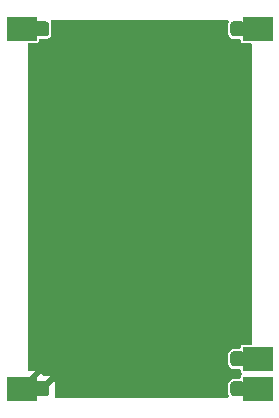
<source format=gbl>
G04 #@! TF.GenerationSoftware,KiCad,Pcbnew,9.0.1+1*
G04 #@! TF.CreationDate,2025-11-11T14:40:03+00:00*
G04 #@! TF.ProjectId,usb-c-power-in,7573622d-632d-4706-9f77-65722d696e2e,rev?*
G04 #@! TF.SameCoordinates,Original*
G04 #@! TF.FileFunction,Copper,L2,Bot*
G04 #@! TF.FilePolarity,Positive*
%FSLAX46Y46*%
G04 Gerber Fmt 4.6, Leading zero omitted, Abs format (unit mm)*
G04 Created by KiCad (PCBNEW 9.0.1+1) date 2025-11-11 14:40:03*
%MOMM*%
%LPD*%
G01*
G04 APERTURE LIST*
G04 #@! TA.AperFunction,CastellatedPad*
%ADD10R,2.540000X2.000000*%
G04 #@! TD*
G04 #@! TA.AperFunction,ViaPad*
%ADD11C,0.600000*%
G04 #@! TD*
G04 APERTURE END LIST*
D10*
X39736000Y-28032400D03*
G04 #@! TA.AperFunction,ComponentPad*
G36*
G01*
X42061000Y-27657400D02*
X42061000Y-28407400D01*
G75*
G02*
X41811000Y-28657400I-250000J0D01*
G01*
X41061000Y-28657400D01*
G75*
G02*
X40811000Y-28407400I0J250000D01*
G01*
X40811000Y-27657400D01*
G75*
G02*
X41061000Y-27407400I250000J0D01*
G01*
X41811000Y-27407400D01*
G75*
G02*
X42061000Y-27657400I0J-250000D01*
G01*
G37*
G04 #@! TD.AperFunction*
X39736000Y-58512400D03*
G04 #@! TA.AperFunction,ComponentPad*
G36*
G01*
X42061000Y-58137400D02*
X42061000Y-58887400D01*
G75*
G02*
X41811000Y-59137400I-250000J0D01*
G01*
X41061000Y-59137400D01*
G75*
G02*
X40811000Y-58887400I0J250000D01*
G01*
X40811000Y-58137400D01*
G75*
G02*
X41061000Y-57887400I250000J0D01*
G01*
X41811000Y-57887400D01*
G75*
G02*
X42061000Y-58137400I0J-250000D01*
G01*
G37*
G04 #@! TD.AperFunction*
G04 #@! TA.AperFunction,ComponentPad*
G36*
G01*
X58661000Y-27657400D02*
X58661000Y-28407400D01*
G75*
G02*
X58411000Y-28657400I-250000J0D01*
G01*
X57661000Y-28657400D01*
G75*
G02*
X57411000Y-28407400I0J250000D01*
G01*
X57411000Y-27657400D01*
G75*
G02*
X57661000Y-27407400I250000J0D01*
G01*
X58411000Y-27407400D01*
G75*
G02*
X58661000Y-27657400I0J-250000D01*
G01*
G37*
G04 #@! TD.AperFunction*
X59736000Y-28032400D03*
G04 #@! TA.AperFunction,ComponentPad*
G36*
G01*
X58661000Y-55597400D02*
X58661000Y-56347400D01*
G75*
G02*
X58411000Y-56597400I-250000J0D01*
G01*
X57661000Y-56597400D01*
G75*
G02*
X57411000Y-56347400I0J250000D01*
G01*
X57411000Y-55597400D01*
G75*
G02*
X57661000Y-55347400I250000J0D01*
G01*
X58411000Y-55347400D01*
G75*
G02*
X58661000Y-55597400I0J-250000D01*
G01*
G37*
G04 #@! TD.AperFunction*
X59736000Y-55972400D03*
G04 #@! TA.AperFunction,ComponentPad*
G36*
G01*
X58661000Y-58137400D02*
X58661000Y-58887400D01*
G75*
G02*
X58411000Y-59137400I-250000J0D01*
G01*
X57661000Y-59137400D01*
G75*
G02*
X57411000Y-58887400I0J250000D01*
G01*
X57411000Y-58137400D01*
G75*
G02*
X57661000Y-57887400I250000J0D01*
G01*
X58411000Y-57887400D01*
G75*
G02*
X58661000Y-58137400I0J-250000D01*
G01*
G37*
G04 #@! TD.AperFunction*
X59736000Y-58512400D03*
D11*
X52588000Y-35882200D03*
X46068000Y-36242200D03*
X40848000Y-48542200D03*
X57718000Y-39712200D03*
X41008000Y-40072200D03*
X57818000Y-44152200D03*
X40848000Y-53052200D03*
X57818000Y-47862200D03*
X57718000Y-52502200D03*
X40888000Y-45072200D03*
G04 #@! TA.AperFunction,Conductor*
G36*
X57215445Y-27282585D02*
G01*
X57261200Y-27335389D01*
X57271144Y-27404547D01*
X57261024Y-27435659D01*
X57261276Y-27435748D01*
X57213353Y-27572698D01*
X57213353Y-27572700D01*
X57210500Y-27603130D01*
X57210500Y-28461669D01*
X57213353Y-28492099D01*
X57213353Y-28492101D01*
X57258206Y-28620280D01*
X57258207Y-28620282D01*
X57338850Y-28729550D01*
X57448118Y-28810193D01*
X57490845Y-28825144D01*
X57576299Y-28855046D01*
X57606730Y-28857900D01*
X57606734Y-28857900D01*
X58141500Y-28857900D01*
X58208539Y-28877585D01*
X58254294Y-28930389D01*
X58265500Y-28981900D01*
X58265500Y-29052152D01*
X58277131Y-29110629D01*
X58277132Y-29110630D01*
X58321447Y-29176952D01*
X58387769Y-29221267D01*
X58387770Y-29221268D01*
X58446247Y-29232899D01*
X58446250Y-29232900D01*
X58446252Y-29232900D01*
X59111500Y-29232900D01*
X59178539Y-29252585D01*
X59224294Y-29305389D01*
X59235500Y-29356900D01*
X59235500Y-54647900D01*
X59215815Y-54714939D01*
X59163011Y-54760694D01*
X59111500Y-54771900D01*
X58446247Y-54771900D01*
X58387770Y-54783531D01*
X58387769Y-54783532D01*
X58321447Y-54827847D01*
X58277132Y-54894169D01*
X58277131Y-54894170D01*
X58265500Y-54952647D01*
X58265500Y-55022900D01*
X58245815Y-55089939D01*
X58193011Y-55135694D01*
X58141500Y-55146900D01*
X57606730Y-55146900D01*
X57576300Y-55149753D01*
X57576298Y-55149753D01*
X57448119Y-55194606D01*
X57448117Y-55194607D01*
X57338850Y-55275250D01*
X57258207Y-55384517D01*
X57258206Y-55384519D01*
X57213353Y-55512698D01*
X57213353Y-55512700D01*
X57210500Y-55543130D01*
X57210500Y-56401669D01*
X57213353Y-56432099D01*
X57213353Y-56432101D01*
X57258206Y-56560280D01*
X57258207Y-56560282D01*
X57338850Y-56669550D01*
X57448118Y-56750193D01*
X57490845Y-56765144D01*
X57576299Y-56795046D01*
X57606730Y-56797900D01*
X57606734Y-56797900D01*
X58141500Y-56797900D01*
X58208539Y-56817585D01*
X58254294Y-56870389D01*
X58265500Y-56921900D01*
X58265500Y-56992152D01*
X58277131Y-57050629D01*
X58277132Y-57050630D01*
X58321447Y-57116952D01*
X58354890Y-57139298D01*
X58399695Y-57192911D01*
X58408402Y-57262236D01*
X58378247Y-57325263D01*
X58354890Y-57345502D01*
X58321447Y-57367847D01*
X58277132Y-57434169D01*
X58277131Y-57434170D01*
X58265500Y-57492647D01*
X58265500Y-57562900D01*
X58245815Y-57629939D01*
X58193011Y-57675694D01*
X58141500Y-57686900D01*
X57606730Y-57686900D01*
X57576300Y-57689753D01*
X57576298Y-57689753D01*
X57448119Y-57734606D01*
X57448117Y-57734607D01*
X57338850Y-57815250D01*
X57258207Y-57924517D01*
X57258206Y-57924519D01*
X57213353Y-58052698D01*
X57213353Y-58052700D01*
X57210500Y-58083130D01*
X57210500Y-58941669D01*
X57213353Y-58972099D01*
X57213353Y-58972101D01*
X57261276Y-59109052D01*
X57259979Y-59109505D01*
X57271958Y-59168434D01*
X57246649Y-59233559D01*
X57190149Y-59274663D01*
X57148406Y-59281900D01*
X42642100Y-59281900D01*
X42575061Y-59262215D01*
X42529306Y-59209411D01*
X42519362Y-59140253D01*
X42524394Y-59118896D01*
X42550505Y-59040097D01*
X42550506Y-59040090D01*
X42560999Y-58937386D01*
X42560999Y-58087428D01*
X42560998Y-58087412D01*
X42550505Y-57984702D01*
X42495357Y-57818275D01*
X42490900Y-57811050D01*
X41811000Y-58490950D01*
X41811000Y-58463030D01*
X41785444Y-58367655D01*
X41736075Y-58282145D01*
X41666255Y-58212325D01*
X41580745Y-58162956D01*
X41485370Y-58137400D01*
X41457446Y-58137400D01*
X42137347Y-57457499D01*
X42130124Y-57453043D01*
X42130119Y-57453041D01*
X41963697Y-57397894D01*
X41963690Y-57397893D01*
X41860986Y-57387400D01*
X41579120Y-57387400D01*
X41512081Y-57367715D01*
X41466326Y-57314911D01*
X41462938Y-57306733D01*
X41449354Y-57270313D01*
X41449353Y-57270312D01*
X41398957Y-57202992D01*
X40568105Y-58033845D01*
X40464097Y-57929837D01*
X40341258Y-57847759D01*
X40236500Y-57804366D01*
X40236500Y-57709710D01*
X40256185Y-57642671D01*
X40272819Y-57622029D01*
X40882448Y-57012400D01*
X40360500Y-57012400D01*
X40293461Y-56992715D01*
X40247706Y-56939911D01*
X40236500Y-56888400D01*
X40236500Y-29356900D01*
X40256185Y-29289861D01*
X40308989Y-29244106D01*
X40360500Y-29232900D01*
X41025750Y-29232900D01*
X41025751Y-29232899D01*
X41040568Y-29229952D01*
X41084229Y-29221268D01*
X41084229Y-29221267D01*
X41084231Y-29221267D01*
X41150552Y-29176952D01*
X41194867Y-29110631D01*
X41194867Y-29110629D01*
X41194868Y-29110629D01*
X41206499Y-29052152D01*
X41206500Y-29052150D01*
X41206500Y-28981900D01*
X41226185Y-28914861D01*
X41278989Y-28869106D01*
X41330500Y-28857900D01*
X41865270Y-28857900D01*
X41895699Y-28855046D01*
X41895701Y-28855046D01*
X41959790Y-28832619D01*
X42023882Y-28810193D01*
X42133150Y-28729550D01*
X42213793Y-28620282D01*
X42236219Y-28556190D01*
X42258646Y-28492101D01*
X42258646Y-28492099D01*
X42261500Y-28461669D01*
X42261500Y-27603130D01*
X42258646Y-27572700D01*
X42258646Y-27572698D01*
X42210724Y-27435748D01*
X42212020Y-27435294D01*
X42200042Y-27376366D01*
X42225351Y-27311241D01*
X42281851Y-27270137D01*
X42323594Y-27262900D01*
X57148406Y-27262900D01*
X57215445Y-27282585D01*
G37*
G04 #@! TD.AperFunction*
M02*

</source>
